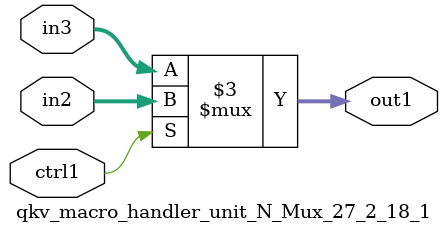
<source format=v>

`timescale 1ps / 1ps


module qkv_macro_handler_unit_N_Mux_27_2_18_1( in3, in2, ctrl1, out1 );

    input [26:0] in3;
    input [26:0] in2;
    input ctrl1;
    output [26:0] out1;
    reg [26:0] out1;

    
    // rtl_process:qkv_macro_handler_unit_N_Mux_27_2_18_1/qkv_macro_handler_unit_N_Mux_27_2_18_1_thread_1
    always @*
      begin : qkv_macro_handler_unit_N_Mux_27_2_18_1_thread_1
        case (ctrl1) 
          1'b1: 
            begin
              out1 = in2;
            end
          default: 
            begin
              out1 = in3;
            end
        endcase
      end

endmodule



</source>
